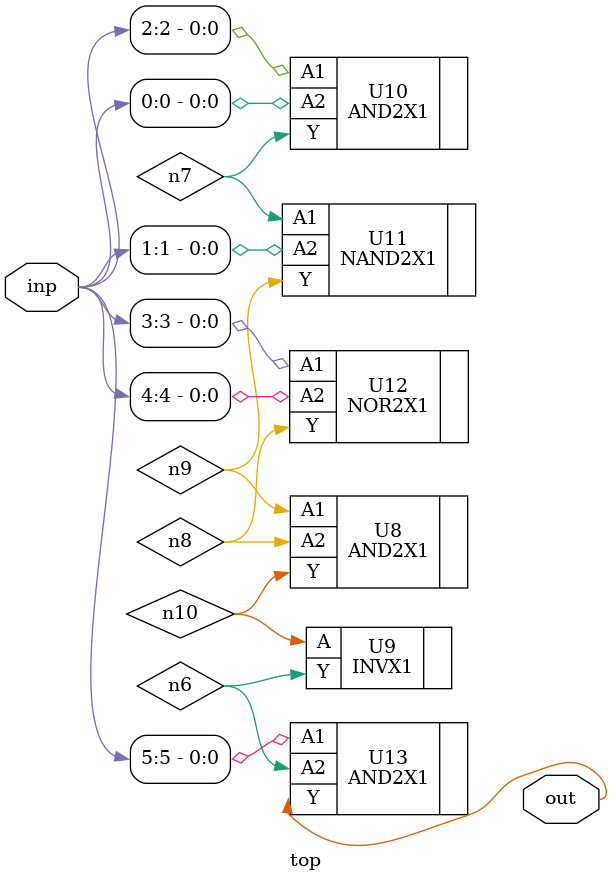
<source format=sv>


module top ( inp, out );
  input [5:0] inp;
  output out;
  wire   n6, n7, n8, n9, n10;

  AND2X1 U8 ( .A1(n9), .A2(n8), .Y(n10) );
  INVX1 U9 ( .A(n10), .Y(n6) );
  AND2X1 U10 ( .A1(inp[2]), .A2(inp[0]), .Y(n7) );
  NAND2X1 U11 ( .A1(n7), .A2(inp[1]), .Y(n9) );
  NOR2X1 U12 ( .A1(inp[3]), .A2(inp[4]), .Y(n8) );
  AND2X1 U13 ( .A1(inp[5]), .A2(n6), .Y(out) );
endmodule


</source>
